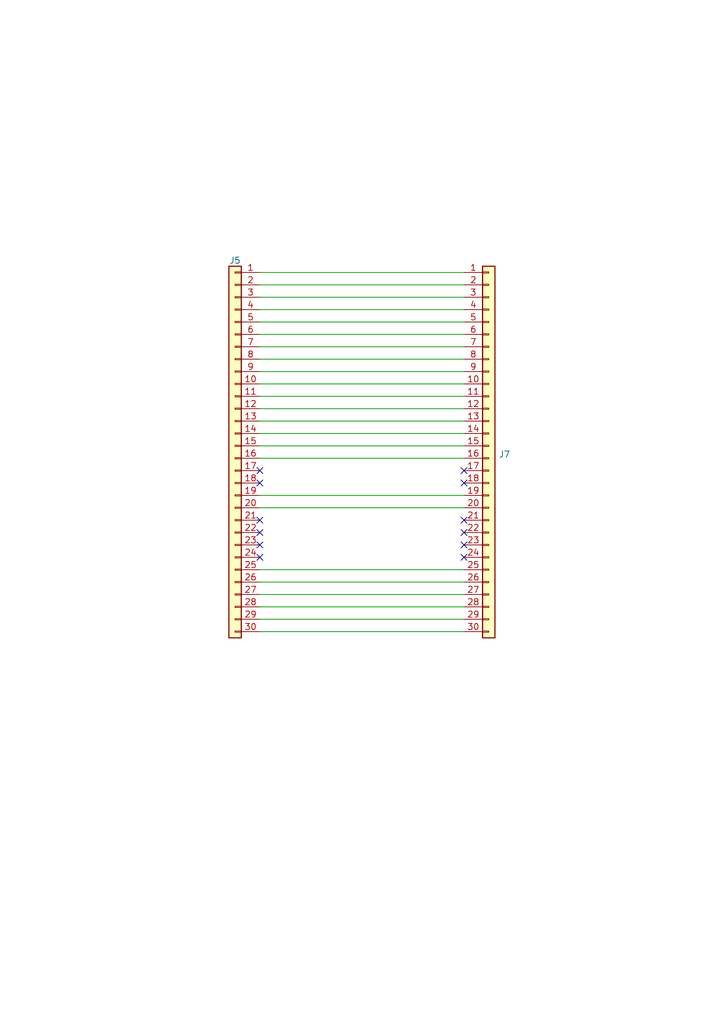
<source format=kicad_sch>
(kicad_sch (version 20231120) (generator "eeschema") (generator_version "8.0")
  (paper "A5" portrait)
  (lib_symbols
    (symbol "Connector_Generic:Conn_01x30" (pin_names (offset 1.016) hide)
      (property "Reference" "J" (at 0 38.1 0))
      (property "Value" "Conn_01x30" (at 0 -40.64 0))
      (symbol "Conn_01x30_1_1"
        (rectangle (start -1.27 -37.973) (end 0 -38.227) (stroke (width 0.1524)))
        (rectangle (start -1.27 -35.433) (end 0 -35.687) (stroke (width 0.1524)))
        (rectangle (start -1.27 -32.893) (end 0 -33.147) (stroke (width 0.1524)))
        (rectangle (start -1.27 -30.353) (end 0 -30.607) (stroke (width 0.1524)))
        (rectangle (start -1.27 -27.813) (end 0 -28.067) (stroke (width 0.1524)))
        (rectangle (start -1.27 -25.273) (end 0 -25.527) (stroke (width 0.1524)))
        (rectangle (start -1.27 -22.733) (end 0 -22.987) (stroke (width 0.1524)))
        (rectangle (start -1.27 -20.193) (end 0 -20.447) (stroke (width 0.1524)))
        (rectangle (start -1.27 -17.653) (end 0 -17.907) (stroke (width 0.1524)))
        (rectangle (start -1.27 -15.113) (end 0 -15.367) (stroke (width 0.1524)))
        (rectangle (start -1.27 -12.573) (end 0 -12.827) (stroke (width 0.1524)))
        (rectangle (start -1.27 -10.033) (end 0 -10.287) (stroke (width 0.1524)))
        (rectangle (start -1.27 -7.493) (end 0 -7.747) (stroke (width 0.1524)))
        (rectangle (start -1.27 -4.953) (end 0 -5.207) (stroke (width 0.1524)))
        (rectangle (start -1.27 -2.413) (end 0 -2.667) (stroke (width 0.1524)))
        (rectangle (start -1.27 0.127) (end 0 -0.127) (stroke (width 0.1524)))
        (rectangle (start -1.27 2.667) (end 0 2.413) (stroke (width 0.1524)))
        (rectangle (start -1.27 5.207) (end 0 4.953) (stroke (width 0.1524)))
        (rectangle (start -1.27 7.747) (end 0 7.493) (stroke (width 0.1524)))
        (rectangle (start -1.27 10.287) (end 0 10.033) (stroke (width 0.1524)))
        (rectangle (start -1.27 12.827) (end 0 12.573) (stroke (width 0.1524)))
        (rectangle (start -1.27 15.367) (end 0 15.113) (stroke (width 0.1524)))
        (rectangle (start -1.27 17.907) (end 0 17.653) (stroke (width 0.1524)))
        (rectangle (start -1.27 20.447) (end 0 20.193) (stroke (width 0.1524)))
        (rectangle (start -1.27 22.987) (end 0 22.733) (stroke (width 0.1524)))
        (rectangle (start -1.27 25.527) (end 0 25.273) (stroke (width 0.1524)))
        (rectangle (start -1.27 28.067) (end 0 27.813) (stroke (width 0.1524)))
        (rectangle (start -1.27 30.607) (end 0 30.353) (stroke (width 0.1524)))
        (rectangle (start -1.27 33.147) (end 0 32.893) (stroke (width 0.1524)))
        (rectangle (start -1.27 35.687) (end 0 35.433) (stroke (width 0.1524)))
        (rectangle (start -1.27 36.83) (end 1.27 -39.37) (stroke (width 0.254)) (fill (type background)))
        (pin passive line (at -5.08 35.56 0) (length 3.81) (name "Pin_1") (number "1"))
        (pin passive line (at -5.08 12.7 0) (length 3.81) (name "Pin_10") (number "10"))
        (pin passive line (at -5.08 10.16 0) (length 3.81) (name "Pin_11") (number "11"))
        (pin passive line (at -5.08 7.62 0) (length 3.81) (name "Pin_12") (number "12"))
        (pin passive line (at -5.08 5.08 0) (length 3.81) (name "Pin_13") (number "13"))
        (pin passive line (at -5.08 2.54 0) (length 3.81) (name "Pin_14") (number "14"))
        (pin passive line (at -5.08 0 0) (length 3.81) (name "Pin_15") (number "15"))
        (pin passive line (at -5.08 -2.54 0) (length 3.81) (name "Pin_16") (number "16"))
        (pin passive line (at -5.08 -5.08 0) (length 3.81) (name "Pin_17") (number "17"))
        (pin passive line (at -5.08 -7.62 0) (length 3.81) (name "Pin_18") (number "18"))
        (pin passive line (at -5.08 -10.16 0) (length 3.81) (name "Pin_19") (number "19"))
        (pin passive line (at -5.08 33.02 0) (length 3.81) (name "Pin_2") (number "2"))
        (pin passive line (at -5.08 -12.7 0) (length 3.81) (name "Pin_20") (number "20"))
        (pin passive line (at -5.08 -15.24 0) (length 3.81) (name "Pin_21") (number "21"))
        (pin passive line (at -5.08 -17.78 0) (length 3.81) (name "Pin_22") (number "22"))
        (pin passive line (at -5.08 -20.32 0) (length 3.81) (name "Pin_23") (number "23"))
        (pin passive line (at -5.08 -22.86 0) (length 3.81) (name "Pin_24") (number "24"))
        (pin passive line (at -5.08 -25.4 0) (length 3.81) (name "Pin_25") (number "25"))
        (pin passive line (at -5.08 -27.94 0) (length 3.81) (name "Pin_26") (number "26"))
        (pin passive line (at -5.08 -30.48 0) (length 3.81) (name "Pin_27") (number "27"))
        (pin passive line (at -5.08 -33.02 0) (length 3.81) (name "Pin_28") (number "28"))
        (pin passive line (at -5.08 -35.56 0) (length 3.81) (name "Pin_29") (number "29"))
        (pin passive line (at -5.08 30.48 0) (length 3.81) (name "Pin_3") (number "3"))
        (pin passive line (at -5.08 -38.1 0) (length 3.81) (name "Pin_30") (number "30"))
        (pin passive line (at -5.08 27.94 0) (length 3.81) (name "Pin_4") (number "4"))
        (pin passive line (at -5.08 25.4 0) (length 3.81) (name "Pin_5") (number "5"))
        (pin passive line (at -5.08 22.86 0) (length 3.81) (name "Pin_6") (number "6"))
        (pin passive line (at -5.08 20.32 0) (length 3.81) (name "Pin_7") (number "7"))
        (pin passive line (at -5.08 17.78 0) (length 3.81) (name "Pin_8") (number "8"))
        (pin passive line (at -5.08 15.24 0) (length 3.81) (name "Pin_9") (number "9"))
      )
    )
  )
  (no_connect (at 53.34 96.52))
  (no_connect (at 95.25 109.22))
  (no_connect (at 53.34 114.3))
  (no_connect (at 95.25 114.3))
  (no_connect (at 53.34 106.68))
  (no_connect (at 95.25 106.68))
  (no_connect (at 95.25 99.06))
  (no_connect (at 95.25 96.52))
  (no_connect (at 53.34 109.22))
  (no_connect (at 53.34 99.06))
  (no_connect (at 53.34 111.76))
  (no_connect (at 95.25 111.76))
  (wire (pts (xy 53.34 91.44) (xy 95.25 91.44)))
  (wire (pts (xy 53.34 81.28) (xy 95.25 81.28)))
  (wire (pts (xy 53.34 116.84) (xy 95.25 116.84)))
  (wire (pts (xy 53.34 78.74) (xy 95.25 78.74)))
  (wire (pts (xy 53.34 73.66) (xy 95.25 73.66)))
  (wire (pts (xy 53.34 63.5) (xy 95.25 63.5)))
  (wire (pts (xy 53.34 66.04) (xy 95.25 66.04)))
  (wire (pts (xy 53.34 83.82) (xy 95.25 83.82)))
  (wire (pts (xy 53.34 104.14) (xy 95.25 104.14)))
  (wire (pts (xy 53.34 129.54) (xy 95.25 129.54)))
  (wire (pts (xy 53.34 124.46) (xy 95.25 124.46)))
  (wire (pts (xy 53.34 86.36) (xy 95.25 86.36)))
  (wire (pts (xy 53.34 71.12) (xy 95.25 71.12)))
  (wire (pts (xy 53.34 127) (xy 95.25 127)))
  (wire (pts (xy 53.34 121.92) (xy 95.25 121.92)))
  (wire (pts (xy 53.34 60.96) (xy 95.25 60.96)))
  (wire (pts (xy 53.34 58.42) (xy 95.25 58.42)))
  (wire (pts (xy 53.34 68.58) (xy 95.25 68.58)))
  (wire (pts (xy 53.34 101.6) (xy 95.25 101.6)))
  (wire (pts (xy 53.34 93.98) (xy 95.25 93.98)))
  (wire (pts (xy 53.34 76.2) (xy 95.25 76.2)))
  (wire (pts (xy 53.34 88.9) (xy 95.25 88.9)))
  (wire (pts (xy 53.34 119.38) (xy 95.25 119.38)))
  (wire (pts (xy 53.34 55.88) (xy 95.25 55.88)))
  (symbol (lib_id "Connector_Generic:Conn_01x30") (at 48.26 91.44 0) (mirror y) (unit 1)
    (property "Reference" "J5" (at 48.26 53.4185 0))
    (property "Value" "Conn_01x30" (effects (hide yes)))
    (property "Footprint" "Server.pretty:IDC-Header_2x15_P2.54mm_Vertical" (effects (hide yes)))
  )
  (symbol (lib_id "Connector_Generic:Conn_01x30") (at 100.33 91.44 0) (unit 1)
    (property "Reference" "J7" (at 102.362 93.189 0) (effects (justify left)))
    (property "Value" "Conn_01x30" (effects (hide yes)))
    (property "Footprint" "Server.pretty:Hirose_FH12-30S-0.5SH_1x30-1MP_P0.50mm_Horizontal" (effects (hide yes)))
  )
)
</source>
